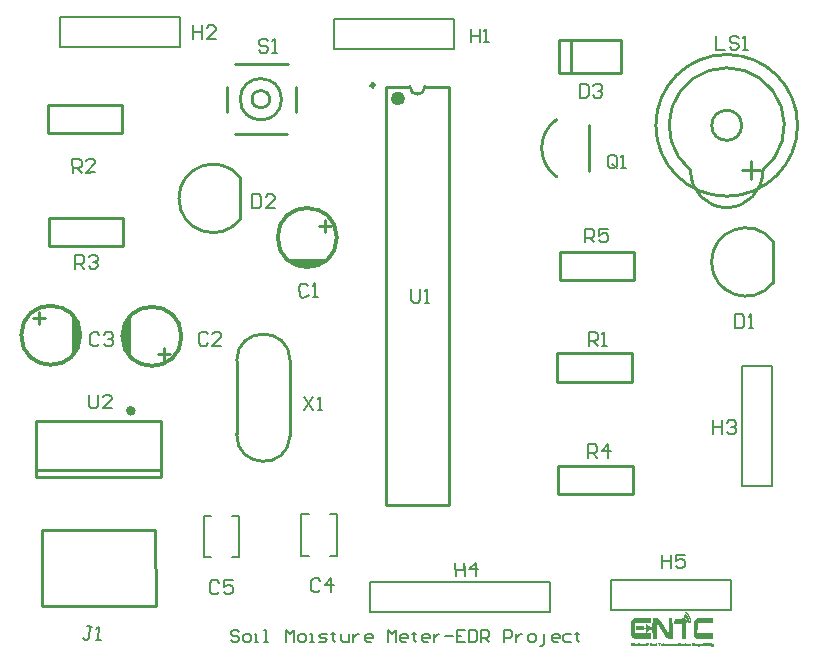
<source format=gbr>
G04*
G04 #@! TF.GenerationSoftware,Altium Limited,Altium Designer,22.4.2 (48)*
G04*
G04 Layer_Color=65535*
%FSLAX44Y44*%
%MOMM*%
G71*
G04*
G04 #@! TF.SameCoordinates,56AA56CD-0744-4D03-8E98-C57D4A394C97*
G04*
G04*
G04 #@! TF.FilePolarity,Positive*
G04*
G01*
G75*
%ADD10C,0.2540*%
%ADD11C,0.3000*%
%ADD12C,0.6000*%
%ADD13C,0.4000*%
%ADD14C,0.2007*%
%ADD15C,0.2032*%
%ADD16C,0.2030*%
%ADD17C,0.1524*%
G36*
X679533Y-1770143D02*
X677934Y-1771817D01*
X674129Y-1774454D01*
X669873Y-1776274D01*
X665338Y-1777203D01*
X660708D01*
X656173Y-1776274D01*
X651917Y-1774454D01*
X648112Y-1771817D01*
X646513Y-1770143D01*
Y-1770143D01*
X679533D01*
X679533Y-1770143D01*
D02*
G37*
G36*
X465504Y-1820058D02*
X468142Y-1823862D01*
X469962Y-1828119D01*
X470891Y-1832654D01*
Y-1837283D01*
X469962Y-1841818D01*
X468142Y-1846075D01*
X465504Y-1849879D01*
X463831Y-1851478D01*
Y-1818459D01*
X465504Y-1820058D01*
D02*
G37*
G36*
X513512Y-1852419D02*
X513512D01*
X511838Y-1850820D01*
X509201Y-1847015D01*
X507381Y-1842759D01*
X506452Y-1838224D01*
Y-1833594D01*
X507381Y-1829059D01*
X509201Y-1824803D01*
X511838Y-1820998D01*
X513512Y-1819399D01*
X513512Y-1819399D01*
Y-1852419D01*
D02*
G37*
G36*
X983490Y-2069094D02*
X983559Y-2069114D01*
X983639Y-2069146D01*
X983728Y-2069189D01*
X983825Y-2069244D01*
X983931Y-2069309D01*
X984042Y-2069383D01*
X984160Y-2069467D01*
X984282Y-2069559D01*
X984409Y-2069658D01*
X984538Y-2069765D01*
X984670Y-2069878D01*
X984803Y-2069996D01*
X984936Y-2070120D01*
X985069Y-2070247D01*
X985200Y-2070379D01*
X986462Y-2071670D01*
X987312Y-2073587D01*
X988163Y-2075503D01*
Y-2078743D01*
X987041D01*
X987039Y-2077465D01*
X987038Y-2076187D01*
X986288Y-2074319D01*
X985538Y-2072451D01*
X984232Y-2071281D01*
X983970Y-2071036D01*
X983725Y-2070786D01*
X983503Y-2070540D01*
X983310Y-2070305D01*
X983150Y-2070086D01*
X983029Y-2069891D01*
X982953Y-2069726D01*
X982926Y-2069600D01*
Y-2069088D01*
X983432D01*
X983490Y-2069094D01*
D02*
G37*
G36*
X983283Y-2071188D02*
X983358Y-2071225D01*
X983443Y-2071279D01*
X983537Y-2071350D01*
X983639Y-2071436D01*
X983747Y-2071536D01*
X983862Y-2071650D01*
X983981Y-2071775D01*
X984104Y-2071911D01*
X984231Y-2072058D01*
X984359Y-2072213D01*
X984489Y-2072376D01*
X984619Y-2072546D01*
X984748Y-2072721D01*
X984875Y-2072901D01*
X985000Y-2073085D01*
X985122Y-2073271D01*
X986278Y-2075082D01*
X986760Y-2078743D01*
X985185D01*
X984711Y-2075879D01*
X982155Y-2072680D01*
X982600Y-2070917D01*
X983283Y-2071188D01*
D02*
G37*
G36*
X972266Y-2074483D02*
X972369Y-2083144D01*
X972472Y-2091806D01*
X970249D01*
X969790Y-2091799D01*
X969338Y-2091778D01*
X968906Y-2091746D01*
X968504Y-2091704D01*
X968143Y-2091652D01*
X967837Y-2091593D01*
X967595Y-2091528D01*
X967430Y-2091459D01*
X967374Y-2091414D01*
X967299Y-2091335D01*
X967205Y-2091222D01*
X967093Y-2091077D01*
X966964Y-2090901D01*
X966820Y-2090697D01*
X966660Y-2090464D01*
X966487Y-2090205D01*
X966300Y-2089922D01*
X966101Y-2089615D01*
X965891Y-2089285D01*
X965670Y-2088935D01*
X965440Y-2088566D01*
X965201Y-2088179D01*
X964954Y-2087775D01*
X964701Y-2087356D01*
X964441Y-2086924D01*
X964176Y-2086479D01*
X963907Y-2086024D01*
X963635Y-2085559D01*
X963361Y-2085087D01*
X963269Y-2084928D01*
X962545Y-2083685D01*
X961856Y-2082526D01*
X961217Y-2081476D01*
X960645Y-2080560D01*
X960155Y-2079803D01*
X959765Y-2079231D01*
X959489Y-2078869D01*
X959345Y-2078743D01*
X958987D01*
Y-2091806D01*
X955994D01*
Y-2083286D01*
X954872D01*
X954812Y-2085132D01*
X954753Y-2086978D01*
X954602Y-2085142D01*
X954452Y-2083306D01*
X950010Y-2086710D01*
Y-2083286D01*
X948513D01*
Y-2084422D01*
X941032D01*
Y-2081015D01*
X948163D01*
X948378Y-2081866D01*
X948593Y-2082718D01*
X950010D01*
Y-2079294D01*
X952254Y-2081015D01*
X954498Y-2082735D01*
X954618Y-2079027D01*
X954920Y-2082718D01*
X955994D01*
Y-2074199D01*
X959385D01*
X960624Y-2074985D01*
X961863Y-2075771D01*
X965139Y-2081517D01*
X968416Y-2087262D01*
X969460D01*
Y-2074131D01*
X972266Y-2074483D01*
D02*
G37*
G36*
X1006865Y-2078717D02*
X1000226Y-2078872D01*
X993587Y-2079027D01*
X993477Y-2083144D01*
X993367Y-2087262D01*
X1006865D01*
Y-2089534D01*
Y-2091806D01*
X992360D01*
X991477Y-2090721D01*
X990594Y-2089636D01*
X990344Y-2077881D01*
X991131Y-2076362D01*
X991918Y-2074843D01*
X992752Y-2074599D01*
X992836Y-2074579D01*
X992956Y-2074561D01*
X993111Y-2074541D01*
X993300Y-2074523D01*
X993520Y-2074504D01*
X993771Y-2074485D01*
X994050Y-2074467D01*
X994356Y-2074449D01*
X994687Y-2074431D01*
X995166Y-2074408D01*
X995683Y-2074387D01*
X996094Y-2074371D01*
X996522Y-2074357D01*
X996967Y-2074343D01*
X997426Y-2074330D01*
X997898Y-2074318D01*
X998382Y-2074307D01*
X998875Y-2074297D01*
X999377Y-2074288D01*
X999885Y-2074281D01*
X1000226Y-2074276D01*
X1006865Y-2074199D01*
Y-2078717D01*
D02*
G37*
G36*
X953750Y-2078743D02*
X940284D01*
Y-2087262D01*
X953750D01*
Y-2089534D01*
Y-2091806D01*
X940396D01*
X939210Y-2091178D01*
X938024Y-2090550D01*
X937658Y-2089511D01*
X937292Y-2088472D01*
Y-2076553D01*
X939263Y-2074199D01*
X953750D01*
Y-2078743D01*
D02*
G37*
G36*
X982169Y-2073649D02*
X982270Y-2073698D01*
X982393Y-2073776D01*
X982533Y-2073879D01*
X982686Y-2074004D01*
X982848Y-2074147D01*
X983013Y-2074305D01*
X983178Y-2074474D01*
X983971Y-2075317D01*
X984364Y-2077030D01*
X984758Y-2078743D01*
X983674D01*
Y-2085558D01*
Y-2092374D01*
X980682D01*
Y-2079311D01*
X973904D01*
X974136Y-2075051D01*
X977970Y-2074889D01*
X981804Y-2074727D01*
Y-2074179D01*
X981827Y-2073967D01*
X981889Y-2073792D01*
X981982Y-2073674D01*
X982095Y-2073631D01*
X982169Y-2073649D01*
D02*
G37*
G36*
X995924Y-2095497D02*
X996205Y-2096065D01*
X999197Y-2095938D01*
X1000404Y-2095887D01*
X1001476Y-2095841D01*
X1002297Y-2095804D01*
X1002751Y-2095783D01*
X1002818Y-2095781D01*
X1002902Y-2095781D01*
X1003002Y-2095782D01*
X1003116Y-2095784D01*
X1003385Y-2095794D01*
X1003697Y-2095809D01*
X1004042Y-2095829D01*
X1004412Y-2095853D01*
X1004602Y-2095866D01*
X1004795Y-2095880D01*
X1004989Y-2095895D01*
X1005182Y-2095911D01*
X1007052Y-2096067D01*
X1007292Y-2098621D01*
X1006892Y-2098692D01*
X1006699Y-2098727D01*
X1006472Y-2098769D01*
X1006237Y-2098813D01*
X1006024Y-2098853D01*
X1005556Y-2098944D01*
X1004851Y-2097789D01*
X1004146Y-2096633D01*
X1003979Y-2097343D01*
X1003811Y-2098053D01*
X1002813D01*
X1002377Y-2096633D01*
X1001940Y-2098053D01*
X997140D01*
X997081Y-2096633D01*
X996704Y-2098053D01*
X996009D01*
X995722Y-2098094D01*
X995456Y-2098205D01*
X995240Y-2098369D01*
X995104Y-2098570D01*
X994893Y-2099088D01*
X994427Y-2098940D01*
X994320Y-2098902D01*
X994194Y-2098849D01*
X994055Y-2098784D01*
X993906Y-2098710D01*
X993752Y-2098628D01*
X993598Y-2098542D01*
X993449Y-2098452D01*
X993308Y-2098363D01*
X992656Y-2097934D01*
X993070Y-2096917D01*
X992278D01*
Y-2098053D01*
X988911D01*
Y-2097012D01*
X988931Y-2096577D01*
X988984Y-2096165D01*
X989063Y-2095821D01*
X989160Y-2095592D01*
X989232Y-2095516D01*
X989341Y-2095445D01*
X989481Y-2095381D01*
X989648Y-2095324D01*
X989835Y-2095278D01*
X990038Y-2095243D01*
X990251Y-2095221D01*
X990470Y-2095213D01*
X991529D01*
Y-2096091D01*
X993306Y-2096078D01*
X995083Y-2096065D01*
X995363Y-2095497D01*
X995644Y-2094929D01*
X995924Y-2095497D01*
D02*
G37*
G36*
X950793Y-2096228D02*
X952254Y-2095649D01*
Y-2096917D01*
X951599Y-2096957D01*
X950945Y-2096997D01*
X952441Y-2097973D01*
X949261Y-2098053D01*
X949202Y-2096633D01*
X948825Y-2098053D01*
X946331D01*
X946113Y-2097343D01*
X945895Y-2096633D01*
X945663Y-2097407D01*
X945430Y-2098181D01*
X945107Y-2097407D01*
X944784Y-2096633D01*
X944773Y-2098053D01*
X937292D01*
Y-2095876D01*
X937759Y-2095589D01*
X937813Y-2095560D01*
X937878Y-2095531D01*
X937953Y-2095502D01*
X938037Y-2095475D01*
X938129Y-2095448D01*
X938229Y-2095422D01*
X938335Y-2095397D01*
X938447Y-2095374D01*
X938563Y-2095352D01*
X938684Y-2095332D01*
X938808Y-2095314D01*
X938934Y-2095298D01*
X939061Y-2095284D01*
X939189Y-2095273D01*
X939316Y-2095264D01*
X939442Y-2095258D01*
X940658Y-2095213D01*
Y-2096144D01*
X942345Y-2095993D01*
X942691Y-2095956D01*
X943029Y-2095907D01*
X943349Y-2095849D01*
X943645Y-2095784D01*
X943906Y-2095714D01*
X944125Y-2095641D01*
X944293Y-2095567D01*
X944402Y-2095494D01*
X944773Y-2095146D01*
Y-2096142D01*
X949822Y-2096065D01*
X950132Y-2095497D01*
X950440Y-2094929D01*
X950793Y-2096228D01*
D02*
G37*
G36*
X958987Y-2096633D02*
Y-2098053D01*
X956431D01*
X955994Y-2096633D01*
X955558Y-2098053D01*
X953376D01*
Y-2095718D01*
X957339Y-2096274D01*
X957883Y-2095752D01*
X958116Y-2095549D01*
X958348Y-2095381D01*
X958554Y-2095266D01*
X958706Y-2095222D01*
X958987Y-2095213D01*
Y-2096633D01*
D02*
G37*
G36*
X979098Y-2095497D02*
X979372Y-2096065D01*
X981149Y-2096117D01*
X982926Y-2096169D01*
Y-2095786D01*
X982971Y-2095637D01*
X983091Y-2095515D01*
X983269Y-2095433D01*
X983487Y-2095402D01*
X983705Y-2095436D01*
X983883Y-2095528D01*
X984004Y-2095663D01*
X984048Y-2095829D01*
Y-2096255D01*
X985451Y-2096057D01*
X985746Y-2096023D01*
X986047Y-2096002D01*
X986346Y-2095995D01*
X986634Y-2096000D01*
X986902Y-2096018D01*
X987143Y-2096048D01*
X987348Y-2096089D01*
X987508Y-2096142D01*
X988163Y-2096426D01*
Y-2098053D01*
X987820D01*
X987747Y-2098038D01*
X987670Y-2097997D01*
X987591Y-2097931D01*
X987514Y-2097844D01*
X987439Y-2097739D01*
X987371Y-2097619D01*
X987310Y-2097486D01*
X987259Y-2097343D01*
X987041Y-2096633D01*
X986604Y-2098053D01*
X983674D01*
X983645Y-2097343D01*
X983615Y-2096633D01*
X983210Y-2098181D01*
X982563Y-2096633D01*
X982558Y-2097343D01*
X982552Y-2098053D01*
X978126D01*
X977690Y-2096633D01*
X977471Y-2097343D01*
X977253Y-2098053D01*
X974323D01*
X974293Y-2097343D01*
X974264Y-2096633D01*
X974075Y-2097343D01*
X973887Y-2098053D01*
X970956D01*
X970927Y-2097343D01*
X970897Y-2096633D01*
X970709Y-2097343D01*
X970520Y-2098053D01*
X962298D01*
X962563Y-2096065D01*
X963394Y-2096110D01*
X964223Y-2096155D01*
X964229Y-2095542D01*
X964235Y-2094929D01*
X964784Y-2096065D01*
X975098D01*
X975751Y-2097669D01*
X976400Y-2096684D01*
X977049Y-2095699D01*
X978812Y-2096371D01*
X978817Y-2095650D01*
X978823Y-2094929D01*
X979098Y-2095497D01*
D02*
G37*
G36*
X962353Y-2095781D02*
X962324Y-2096002D01*
X962243Y-2096182D01*
X962124Y-2096304D01*
X961979Y-2096349D01*
X961605D01*
Y-2097201D01*
Y-2098053D01*
X960857D01*
Y-2096349D01*
X959691D01*
X960153Y-2095213D01*
X962353D01*
Y-2095781D01*
D02*
G37*
%LPC*%
G36*
X944523Y-2096917D02*
X943806Y-2096962D01*
X943089Y-2097007D01*
X944071Y-2097603D01*
X944523Y-2096917D01*
D02*
G37*
G36*
X981180D02*
X980464Y-2096962D01*
X979747Y-2097007D01*
X980238Y-2097305D01*
X980729Y-2097603D01*
X981180Y-2096917D01*
D02*
G37*
%LPD*%
D10*
X1030852Y-1657264D02*
G03*
X1030852Y-1657264I-12700J0D01*
G01*
X1078152D02*
G03*
X1078152Y-1657264I-60000J0D01*
G01*
X987672Y-1695364D02*
G03*
X1048632Y-1695364I30480J-1041D01*
G01*
Y-1695364D02*
G03*
X987672Y-1695364I-30480J38099D01*
G01*
X749906Y-1624530D02*
G03*
X762606Y-1624530I6350J0D01*
G01*
X1057179Y-1755133D02*
G03*
X1057179Y-1790693I-22861J-17780D01*
G01*
X606160Y-1701321D02*
G03*
X606160Y-1736881I-22861J-17780D01*
G01*
X874098Y-1652406D02*
G03*
X874098Y-1700666I16846J-24130D01*
G01*
X641236Y-1635156D02*
G03*
X641236Y-1635156I-17501J0D01*
G01*
X631229D02*
G03*
X631229Y-1635156I-7493J0D01*
G01*
X648459Y-1856482D02*
G03*
X603290Y-1856482I-22585J-76D01*
G01*
X603289Y-1918437D02*
G03*
X648465Y-1920069I22590J-745D01*
G01*
X1038472Y-1702984D02*
Y-1687744D01*
X1030852Y-1695364D02*
X1046092D01*
X729756Y-1624543D02*
X749907D01*
X729756Y-1978543D02*
Y-1624543D01*
Y-1978543D02*
X782756D01*
Y-1624543D01*
X762607D02*
X782756D01*
X1057179Y-1790693D02*
Y-1755133D01*
X886096Y-1612969D02*
Y-1584969D01*
X876503Y-1612969D02*
Y-1584969D01*
Y-1612969D02*
X928503D01*
Y-1584969D01*
X876503D02*
X928503D01*
X678022Y-1747202D02*
Y-1737042D01*
X672863Y-1742203D02*
X683023D01*
X536454Y-1850908D02*
X546614D01*
X541452Y-1855909D02*
Y-1845749D01*
X430729Y-1819970D02*
X440889D01*
X435890Y-1825129D02*
Y-1814969D01*
X606160Y-1736881D02*
Y-1701321D01*
X535165Y-2062366D02*
Y-2058048D01*
X525957Y-1999501D02*
X534149D01*
X535165Y-2064017D01*
X526529D02*
X535165D01*
X438137D02*
Y-2000009D01*
Y-2064017D02*
X526529D01*
X438137Y-2000009D02*
X525957Y-1999501D01*
X901947Y-1696335D02*
Y-1656737D01*
X874768Y-1874173D02*
Y-1850297D01*
X937760D01*
Y-1874173D02*
Y-1850297D01*
X874768Y-1874173D02*
X937760D01*
X443200Y-1663560D02*
Y-1639684D01*
X506191D01*
Y-1663560D02*
Y-1639684D01*
X443200Y-1663560D02*
X506191D01*
X444139Y-1759465D02*
Y-1735589D01*
X507131D01*
Y-1759465D02*
Y-1735589D01*
X444139Y-1759465D02*
X507131D01*
X938700Y-1969137D02*
Y-1945261D01*
X875708Y-1969137D02*
X938700D01*
X875708D02*
Y-1945261D01*
X938700D01*
X939975Y-1788132D02*
Y-1764256D01*
X876983Y-1788132D02*
X939975D01*
X876983D02*
Y-1764256D01*
X939975D01*
X601440Y-1605626D02*
X646946D01*
X653161Y-1646345D02*
Y-1624932D01*
X602159Y-1664615D02*
X646227D01*
X595176Y-1646330D02*
Y-1624947D01*
X432955Y-1955182D02*
X538975D01*
X432955D02*
Y-1907201D01*
X538975D01*
Y-1955131D02*
Y-1907201D01*
Y-1955182D02*
Y-1955131D01*
X432965Y-1949190D02*
X538964D01*
X603279Y-1913980D02*
Y-1856482D01*
Y-1916342D02*
Y-1913980D01*
Y-1918526D02*
Y-1916342D01*
X648458Y-1917986D02*
Y-1856482D01*
Y-1920163D02*
Y-1917986D01*
D11*
X718258Y-1622142D02*
G03*
X718283Y-1622142I13J-1500D01*
G01*
X688024Y-1752203D02*
G03*
X688024Y-1752203I-25001J0D01*
G01*
X556453Y-1835909D02*
G03*
X556453Y-1835909I-25001J0D01*
G01*
X470892Y-1834969D02*
G03*
X470892Y-1834969I-25001J0D01*
G01*
D12*
X739746Y-1631540D02*
G03*
X739797Y-1631540I25J-3000D01*
G01*
D13*
X513664Y-1900941D02*
G03*
X513639Y-1900941I-13J2000D01*
G01*
D14*
X658085Y-2021711D02*
Y-1986711D01*
X688085Y-2021711D02*
Y-1986711D01*
X681905Y-2021711D02*
X688085D01*
X658085D02*
X664265D01*
X658085Y-1986711D02*
X664265D01*
X681905D02*
X688085D01*
X575345Y-2022652D02*
Y-1987652D01*
X605345Y-2022652D02*
Y-1987652D01*
X599164Y-2022652D02*
X605345D01*
X575345D02*
X581524D01*
X575345Y-1987652D02*
X581524D01*
X599164D02*
X605345D01*
D15*
X787345Y-1592864D02*
Y-1567464D01*
X685745Y-1592864D02*
X787345D01*
X685745D02*
Y-1567464D01*
X704795D01*
X453493Y-1590984D02*
Y-1565584D01*
X555093D01*
Y-1590984D02*
Y-1565584D01*
X536043Y-1590984D02*
X555093D01*
X1030839Y-1860791D02*
X1056239D01*
Y-1962391D02*
Y-1860791D01*
X1030839Y-1962391D02*
X1056239D01*
X1030839D02*
Y-1943341D01*
X1021463Y-2067684D02*
Y-2042284D01*
X919864Y-2067684D02*
X1021463D01*
X919864D02*
Y-2042284D01*
X938913D01*
X715818Y-2044164D02*
X734868D01*
X715818Y-2069565D02*
Y-2044164D01*
Y-2069565D02*
X868218D01*
Y-2044164D01*
D16*
X704795Y-1567464D02*
X787345D01*
X453493Y-1590984D02*
X536043D01*
X1030839Y-1943341D02*
Y-1860791D01*
X938913Y-2042284D02*
X1021463D01*
X734868Y-2044164D02*
X868218D01*
X605036Y-2086429D02*
X603370Y-2084763D01*
X600038D01*
X598372Y-2086429D01*
Y-2088095D01*
X600038Y-2089761D01*
X603370D01*
X605036Y-2091427D01*
Y-2093094D01*
X603370Y-2094760D01*
X600038D01*
X598372Y-2093094D01*
X610034Y-2094760D02*
X613367D01*
X615033Y-2093094D01*
Y-2089761D01*
X613367Y-2088095D01*
X610034D01*
X608368Y-2089761D01*
Y-2093094D01*
X610034Y-2094760D01*
X618365D02*
X621697D01*
X620031D01*
Y-2088095D01*
X618365D01*
X626696Y-2094760D02*
X630028D01*
X628362D01*
Y-2084763D01*
X626696D01*
X645023Y-2094760D02*
Y-2084763D01*
X648355Y-2088095D01*
X651688Y-2084763D01*
Y-2094760D01*
X656686D02*
X660018D01*
X661684Y-2093094D01*
Y-2089761D01*
X660018Y-2088095D01*
X656686D01*
X655020Y-2089761D01*
Y-2093094D01*
X656686Y-2094760D01*
X665017D02*
X668349D01*
X666683D01*
Y-2088095D01*
X665017D01*
X673347Y-2094760D02*
X678346D01*
X680012Y-2093094D01*
X678346Y-2091427D01*
X675013D01*
X673347Y-2089761D01*
X675013Y-2088095D01*
X680012D01*
X685010Y-2086429D02*
Y-2088095D01*
X683344D01*
X686676D01*
X685010D01*
Y-2093094D01*
X686676Y-2094760D01*
X691675Y-2088095D02*
Y-2093094D01*
X693341Y-2094760D01*
X698339D01*
Y-2088095D01*
X701671D02*
Y-2094760D01*
Y-2091427D01*
X703337Y-2089761D01*
X705004Y-2088095D01*
X706670D01*
X716666Y-2094760D02*
X713334D01*
X711668Y-2093094D01*
Y-2089761D01*
X713334Y-2088095D01*
X716666D01*
X718333Y-2089761D01*
Y-2091427D01*
X711668D01*
X731662Y-2094760D02*
Y-2084763D01*
X734994Y-2088095D01*
X738326Y-2084763D01*
Y-2094760D01*
X746657D02*
X743325D01*
X741658Y-2093094D01*
Y-2089761D01*
X743325Y-2088095D01*
X746657D01*
X748323Y-2089761D01*
Y-2091427D01*
X741658D01*
X753321Y-2086429D02*
Y-2088095D01*
X751655D01*
X754987D01*
X753321D01*
Y-2093094D01*
X754987Y-2094760D01*
X764984D02*
X761652D01*
X759986Y-2093094D01*
Y-2089761D01*
X761652Y-2088095D01*
X764984D01*
X766650Y-2089761D01*
Y-2091427D01*
X759986D01*
X769983Y-2088095D02*
Y-2094760D01*
Y-2091427D01*
X771649Y-2089761D01*
X773315Y-2088095D01*
X774981D01*
X779979Y-2089761D02*
X786644D01*
X796640Y-2084763D02*
X789976D01*
Y-2094760D01*
X796640D01*
X789976Y-2089761D02*
X793308D01*
X799973Y-2084763D02*
Y-2094760D01*
X804971D01*
X806637Y-2093094D01*
Y-2086429D01*
X804971Y-2084763D01*
X799973D01*
X809969Y-2094760D02*
Y-2084763D01*
X814968D01*
X816634Y-2086429D01*
Y-2089761D01*
X814968Y-2091427D01*
X809969D01*
X813302D02*
X816634Y-2094760D01*
X829963D02*
Y-2084763D01*
X834961D01*
X836628Y-2086429D01*
Y-2089761D01*
X834961Y-2091427D01*
X829963D01*
X839960Y-2088095D02*
Y-2094760D01*
Y-2091427D01*
X841626Y-2089761D01*
X843292Y-2088095D01*
X844958D01*
X851623Y-2094760D02*
X854955D01*
X856621Y-2093094D01*
Y-2089761D01*
X854955Y-2088095D01*
X851623D01*
X849957Y-2089761D01*
Y-2093094D01*
X851623Y-2094760D01*
X859953Y-2098092D02*
X861619D01*
X863286Y-2096426D01*
Y-2088095D01*
X874948Y-2094760D02*
X871616D01*
X869950Y-2093094D01*
Y-2089761D01*
X871616Y-2088095D01*
X874948D01*
X876615Y-2089761D01*
Y-2091427D01*
X869950D01*
X886611Y-2088095D02*
X881613D01*
X879947Y-2089761D01*
Y-2093094D01*
X881613Y-2094760D01*
X886611D01*
X891610Y-2086429D02*
Y-2088095D01*
X889944D01*
X893276D01*
X891610D01*
Y-2093094D01*
X893276Y-2094760D01*
D17*
X893569Y-1622314D02*
Y-1633741D01*
X899282D01*
X901187Y-1631836D01*
Y-1624219D01*
X899282Y-1622314D01*
X893569D01*
X904995Y-1624219D02*
X906900Y-1622314D01*
X910708D01*
X912613Y-1624219D01*
Y-1626123D01*
X910708Y-1628027D01*
X908804D01*
X910708D01*
X912613Y-1629932D01*
Y-1631836D01*
X910708Y-1633741D01*
X906900D01*
X904995Y-1631836D01*
X663747Y-1793353D02*
X661742Y-1791556D01*
X657939Y-1791763D01*
X656141Y-1793768D01*
X656556Y-1801375D01*
X658561Y-1803172D01*
X662364Y-1802965D01*
X664162Y-1800960D01*
X668069Y-1802654D02*
X671872Y-1802446D01*
X669970Y-1802550D01*
X669348Y-1791141D01*
X667550Y-1793146D01*
X578791Y-1834289D02*
X576887Y-1832384D01*
X573078D01*
X571174Y-1834289D01*
Y-1841906D01*
X573078Y-1843811D01*
X576887D01*
X578791Y-1841906D01*
X590218Y-1843811D02*
X582600D01*
X590218Y-1836193D01*
Y-1834289D01*
X588313Y-1832384D01*
X584504D01*
X582600Y-1834289D01*
X486986Y-1834432D02*
X485081Y-1832527D01*
X481272D01*
X479368Y-1834432D01*
Y-1842049D01*
X481272Y-1843954D01*
X485081D01*
X486986Y-1842049D01*
X490794Y-1834432D02*
X492699Y-1832527D01*
X496507D01*
X498412Y-1834432D01*
Y-1836336D01*
X496507Y-1838241D01*
X494603D01*
X496507D01*
X498412Y-1840145D01*
Y-1842049D01*
X496507Y-1843954D01*
X492699D01*
X490794Y-1842049D01*
X674027Y-2042771D02*
X672123Y-2040867D01*
X668314D01*
X666410Y-2042771D01*
Y-2050389D01*
X668314Y-2052293D01*
X672123D01*
X674027Y-2050389D01*
X683549Y-2052293D02*
Y-2040867D01*
X677836Y-2046580D01*
X685454D01*
X588328Y-2044433D02*
X586423Y-2042529D01*
X582614D01*
X580710Y-2044433D01*
Y-2052050D01*
X582614Y-2053955D01*
X586423D01*
X588328Y-2052050D01*
X599754Y-2042529D02*
X592136D01*
Y-2048242D01*
X595945Y-2046337D01*
X597850D01*
X599754Y-2048242D01*
Y-2052050D01*
X597850Y-2053955D01*
X594041D01*
X592136Y-2052050D01*
X1025420Y-1817378D02*
Y-1828804D01*
X1031133D01*
X1033037Y-1826900D01*
Y-1819282D01*
X1031133Y-1817378D01*
X1025420D01*
X1036846Y-1828804D02*
X1040655D01*
X1038751D01*
Y-1817378D01*
X1036846Y-1819282D01*
X616315Y-1715771D02*
Y-1727198D01*
X622028D01*
X623932Y-1725293D01*
Y-1717676D01*
X622028Y-1715771D01*
X616315D01*
X635358Y-1727198D02*
X627741D01*
X635358Y-1719580D01*
Y-1717676D01*
X633454Y-1715771D01*
X629645D01*
X627741Y-1717676D01*
X801440Y-1575586D02*
Y-1587012D01*
Y-1581299D01*
X809058D01*
Y-1575586D01*
Y-1587012D01*
X812867D02*
X816675D01*
X814771D01*
Y-1575586D01*
X812867Y-1577490D01*
X566500Y-1572716D02*
Y-1584142D01*
Y-1578429D01*
X574118D01*
Y-1572716D01*
Y-1584142D01*
X585544D02*
X577927D01*
X585544Y-1576525D01*
Y-1574620D01*
X583640Y-1572716D01*
X579831D01*
X577927Y-1574620D01*
X1006783Y-1907107D02*
Y-1918533D01*
Y-1912820D01*
X1014400D01*
Y-1907107D01*
Y-1918533D01*
X1018209Y-1909011D02*
X1020114Y-1907107D01*
X1023922D01*
X1025827Y-1909011D01*
Y-1910916D01*
X1023922Y-1912820D01*
X1022018D01*
X1023922D01*
X1025827Y-1914724D01*
Y-1916629D01*
X1023922Y-1918533D01*
X1020114D01*
X1018209Y-1916629D01*
X963398Y-2020630D02*
Y-2032056D01*
Y-2026343D01*
X971015D01*
Y-2020630D01*
Y-2032056D01*
X982442Y-2020630D02*
X974824D01*
Y-2026343D01*
X978633Y-2024438D01*
X980537D01*
X982442Y-2026343D01*
Y-2030152D01*
X980537Y-2032056D01*
X976729D01*
X974824Y-2030152D01*
X788445Y-2027813D02*
X788688Y-2039236D01*
X788567Y-2033525D01*
X796182Y-2033363D01*
X796061Y-2027651D01*
X796304Y-2039075D01*
X805824Y-2038872D02*
X805581Y-2027448D01*
X799990Y-2033282D01*
X807606Y-2033120D01*
X480678Y-2081601D02*
X476870Y-2081536D01*
X478774Y-2081568D01*
X478611Y-2091089D01*
X476675Y-2092961D01*
X474771Y-2092928D01*
X472899Y-2090991D01*
X484291Y-2093091D02*
X488099Y-2093156D01*
X486195Y-2093123D01*
X486391Y-2081699D01*
X484454Y-2083570D01*
X1009262Y-1581703D02*
Y-1593129D01*
X1016880D01*
X1028306Y-1583607D02*
X1026402Y-1581703D01*
X1022593D01*
X1020688Y-1583607D01*
Y-1585511D01*
X1022593Y-1587416D01*
X1026402D01*
X1028306Y-1589320D01*
Y-1591225D01*
X1026402Y-1593129D01*
X1022593D01*
X1020688Y-1591225D01*
X1032115Y-1593129D02*
X1035923D01*
X1034019D01*
Y-1581703D01*
X1032115Y-1583607D01*
X925045Y-1691776D02*
Y-1684159D01*
X923141Y-1682254D01*
X919332D01*
X917428Y-1684159D01*
Y-1691776D01*
X919332Y-1693681D01*
X923141D01*
X921237Y-1689872D02*
X925045Y-1693681D01*
X923141D02*
X925045Y-1691776D01*
X928854Y-1693681D02*
X932663D01*
X930759D01*
Y-1682254D01*
X928854Y-1684159D01*
X901184Y-1843820D02*
Y-1832394D01*
X906897D01*
X908801Y-1834299D01*
Y-1838107D01*
X906897Y-1840012D01*
X901184D01*
X904993D02*
X908801Y-1843820D01*
X912610D02*
X916419D01*
X914515D01*
Y-1832394D01*
X912610Y-1834299D01*
X464498Y-1697435D02*
X464255Y-1686011D01*
X469967Y-1685890D01*
X471912Y-1687753D01*
X471992Y-1691561D01*
X470129Y-1693506D01*
X464417Y-1693627D01*
X468225Y-1693546D02*
X472114Y-1697273D01*
X483538Y-1697030D02*
X475922Y-1697192D01*
X483376Y-1689414D01*
X483335Y-1687510D01*
X481391Y-1685647D01*
X477583Y-1685728D01*
X475719Y-1687672D01*
X466504Y-1778556D02*
Y-1767130D01*
X472217D01*
X474121Y-1769034D01*
Y-1772843D01*
X472217Y-1774747D01*
X466504D01*
X470312D02*
X474121Y-1778556D01*
X477930Y-1769034D02*
X479834Y-1767130D01*
X483643D01*
X485548Y-1769034D01*
Y-1770938D01*
X483643Y-1772843D01*
X481739D01*
X483643D01*
X485548Y-1774747D01*
Y-1776651D01*
X483643Y-1778556D01*
X479834D01*
X477930Y-1776651D01*
X900854Y-1938784D02*
Y-1927358D01*
X906567D01*
X908472Y-1929262D01*
Y-1933071D01*
X906567Y-1934975D01*
X900854D01*
X904663D02*
X908472Y-1938784D01*
X917994D02*
Y-1927358D01*
X912281Y-1933071D01*
X919898D01*
X898606Y-1756281D02*
Y-1744855D01*
X904319D01*
X906223Y-1746759D01*
Y-1750568D01*
X904319Y-1752472D01*
X898606D01*
X902414D02*
X906223Y-1756281D01*
X917650Y-1744855D02*
X910032D01*
Y-1750568D01*
X913841Y-1748663D01*
X915745D01*
X917650Y-1750568D01*
Y-1754377D01*
X915745Y-1756281D01*
X911936D01*
X910032Y-1754377D01*
X629753Y-1586176D02*
X627849Y-1584272D01*
X624040D01*
X622136Y-1586176D01*
Y-1588081D01*
X624040Y-1589985D01*
X627849D01*
X629753Y-1591889D01*
Y-1593794D01*
X627849Y-1595698D01*
X624040D01*
X622136Y-1593794D01*
X633562Y-1595698D02*
X637371D01*
X635467D01*
Y-1584272D01*
X633562Y-1586176D01*
X751176Y-1795831D02*
Y-1805353D01*
X753081Y-1807258D01*
X756889D01*
X758794Y-1805353D01*
Y-1795831D01*
X762603Y-1807258D02*
X766411D01*
X764507D01*
Y-1795831D01*
X762603Y-1797736D01*
X478343Y-1885510D02*
Y-1895032D01*
X480248Y-1896936D01*
X484056D01*
X485961Y-1895032D01*
Y-1885510D01*
X497387Y-1896936D02*
X489770D01*
X497387Y-1889319D01*
Y-1887415D01*
X495483Y-1885510D01*
X491674D01*
X489770Y-1887415D01*
X660329Y-1887015D02*
X667946Y-1898442D01*
Y-1887015D02*
X660329Y-1898442D01*
X671755D02*
X675564D01*
X673660D01*
Y-1887015D01*
X671755Y-1888920D01*
M02*

</source>
